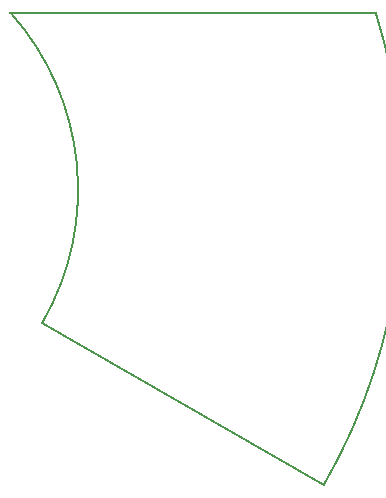
<source format=gbr>
G04 #@! TF.GenerationSoftware,KiCad,Pcbnew,7.0.1-0*
G04 #@! TF.CreationDate,2023-04-18T17:24:15+09:00*
G04 #@! TF.ProjectId,____,b8e3a4ed-2e6b-4696-9361-645f70636258,rev?*
G04 #@! TF.SameCoordinates,Original*
G04 #@! TF.FileFunction,Profile,NP*
%FSLAX46Y46*%
G04 Gerber Fmt 4.6, Leading zero omitted, Abs format (unit mm)*
G04 Created by KiCad (PCBNEW 7.0.1-0) date 2023-04-18 17:24:15*
%MOMM*%
%LPD*%
G01*
G04 APERTURE LIST*
G04 #@! TA.AperFunction,Profile*
%ADD10C,0.200000*%
G04 #@! TD*
G04 APERTURE END LIST*
D10*
X157424960Y-90410000D02*
X126498510Y-90410000D01*
X129213572Y-116660000D02*
G75*
G03*
X126498510Y-90410000I-19485572J11250000D01*
G01*
X153029269Y-130410000D02*
G75*
G03*
X157424959Y-90410000I-43301269J25000000D01*
G01*
X129213572Y-116660000D02*
X153029270Y-130410000D01*
M02*

</source>
